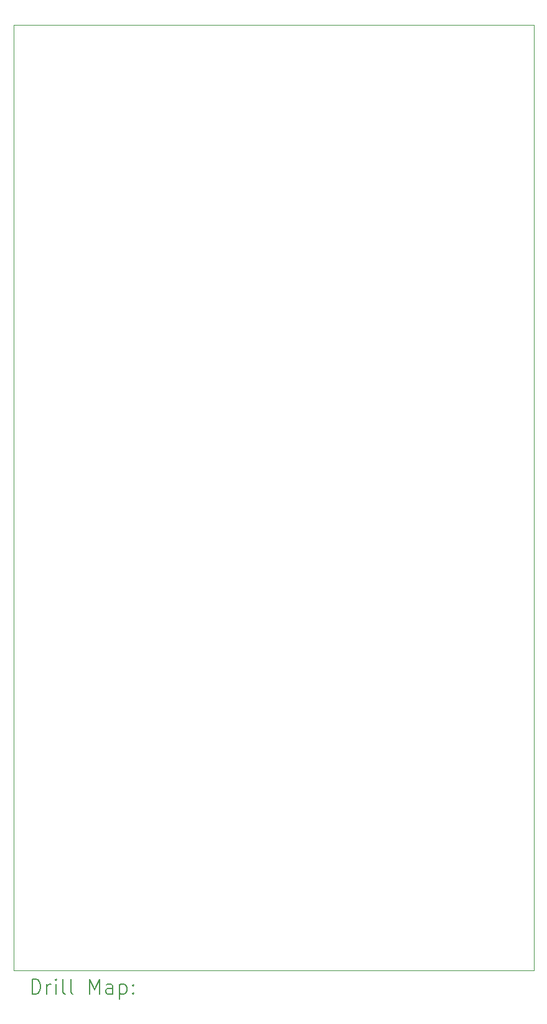
<source format=gbr>
%TF.GenerationSoftware,KiCad,Pcbnew,7.0.7*%
%TF.CreationDate,2025-11-09T15:54:26+08:00*%
%TF.ProjectId,3340_VCO_PANEL,33333430-5f56-4434-9f5f-50414e454c2e,rev?*%
%TF.SameCoordinates,Original*%
%TF.FileFunction,Drillmap*%
%TF.FilePolarity,Positive*%
%FSLAX45Y45*%
G04 Gerber Fmt 4.5, Leading zero omitted, Abs format (unit mm)*
G04 Created by KiCad (PCBNEW 7.0.7) date 2025-11-09 15:54:26*
%MOMM*%
%LPD*%
G01*
G04 APERTURE LIST*
%ADD10C,0.100000*%
%ADD11C,0.200000*%
G04 APERTURE END LIST*
D10*
X6460000Y-3575000D02*
X13540000Y-3575000D01*
X13540000Y-16425000D01*
X6460000Y-16425000D01*
X6460000Y-3575000D01*
D11*
X6715777Y-16741484D02*
X6715777Y-16541484D01*
X6715777Y-16541484D02*
X6763396Y-16541484D01*
X6763396Y-16541484D02*
X6791967Y-16551008D01*
X6791967Y-16551008D02*
X6811015Y-16570055D01*
X6811015Y-16570055D02*
X6820539Y-16589103D01*
X6820539Y-16589103D02*
X6830062Y-16627198D01*
X6830062Y-16627198D02*
X6830062Y-16655769D01*
X6830062Y-16655769D02*
X6820539Y-16693865D01*
X6820539Y-16693865D02*
X6811015Y-16712912D01*
X6811015Y-16712912D02*
X6791967Y-16731960D01*
X6791967Y-16731960D02*
X6763396Y-16741484D01*
X6763396Y-16741484D02*
X6715777Y-16741484D01*
X6915777Y-16741484D02*
X6915777Y-16608150D01*
X6915777Y-16646246D02*
X6925301Y-16627198D01*
X6925301Y-16627198D02*
X6934824Y-16617674D01*
X6934824Y-16617674D02*
X6953872Y-16608150D01*
X6953872Y-16608150D02*
X6972920Y-16608150D01*
X7039586Y-16741484D02*
X7039586Y-16608150D01*
X7039586Y-16541484D02*
X7030062Y-16551008D01*
X7030062Y-16551008D02*
X7039586Y-16560531D01*
X7039586Y-16560531D02*
X7049110Y-16551008D01*
X7049110Y-16551008D02*
X7039586Y-16541484D01*
X7039586Y-16541484D02*
X7039586Y-16560531D01*
X7163396Y-16741484D02*
X7144348Y-16731960D01*
X7144348Y-16731960D02*
X7134824Y-16712912D01*
X7134824Y-16712912D02*
X7134824Y-16541484D01*
X7268158Y-16741484D02*
X7249110Y-16731960D01*
X7249110Y-16731960D02*
X7239586Y-16712912D01*
X7239586Y-16712912D02*
X7239586Y-16541484D01*
X7496729Y-16741484D02*
X7496729Y-16541484D01*
X7496729Y-16541484D02*
X7563396Y-16684341D01*
X7563396Y-16684341D02*
X7630062Y-16541484D01*
X7630062Y-16541484D02*
X7630062Y-16741484D01*
X7811015Y-16741484D02*
X7811015Y-16636722D01*
X7811015Y-16636722D02*
X7801491Y-16617674D01*
X7801491Y-16617674D02*
X7782443Y-16608150D01*
X7782443Y-16608150D02*
X7744348Y-16608150D01*
X7744348Y-16608150D02*
X7725301Y-16617674D01*
X7811015Y-16731960D02*
X7791967Y-16741484D01*
X7791967Y-16741484D02*
X7744348Y-16741484D01*
X7744348Y-16741484D02*
X7725301Y-16731960D01*
X7725301Y-16731960D02*
X7715777Y-16712912D01*
X7715777Y-16712912D02*
X7715777Y-16693865D01*
X7715777Y-16693865D02*
X7725301Y-16674817D01*
X7725301Y-16674817D02*
X7744348Y-16665293D01*
X7744348Y-16665293D02*
X7791967Y-16665293D01*
X7791967Y-16665293D02*
X7811015Y-16655769D01*
X7906253Y-16608150D02*
X7906253Y-16808150D01*
X7906253Y-16617674D02*
X7925301Y-16608150D01*
X7925301Y-16608150D02*
X7963396Y-16608150D01*
X7963396Y-16608150D02*
X7982443Y-16617674D01*
X7982443Y-16617674D02*
X7991967Y-16627198D01*
X7991967Y-16627198D02*
X8001491Y-16646246D01*
X8001491Y-16646246D02*
X8001491Y-16703388D01*
X8001491Y-16703388D02*
X7991967Y-16722436D01*
X7991967Y-16722436D02*
X7982443Y-16731960D01*
X7982443Y-16731960D02*
X7963396Y-16741484D01*
X7963396Y-16741484D02*
X7925301Y-16741484D01*
X7925301Y-16741484D02*
X7906253Y-16731960D01*
X8087205Y-16722436D02*
X8096729Y-16731960D01*
X8096729Y-16731960D02*
X8087205Y-16741484D01*
X8087205Y-16741484D02*
X8077682Y-16731960D01*
X8077682Y-16731960D02*
X8087205Y-16722436D01*
X8087205Y-16722436D02*
X8087205Y-16741484D01*
X8087205Y-16617674D02*
X8096729Y-16627198D01*
X8096729Y-16627198D02*
X8087205Y-16636722D01*
X8087205Y-16636722D02*
X8077682Y-16627198D01*
X8077682Y-16627198D02*
X8087205Y-16617674D01*
X8087205Y-16617674D02*
X8087205Y-16636722D01*
M02*

</source>
